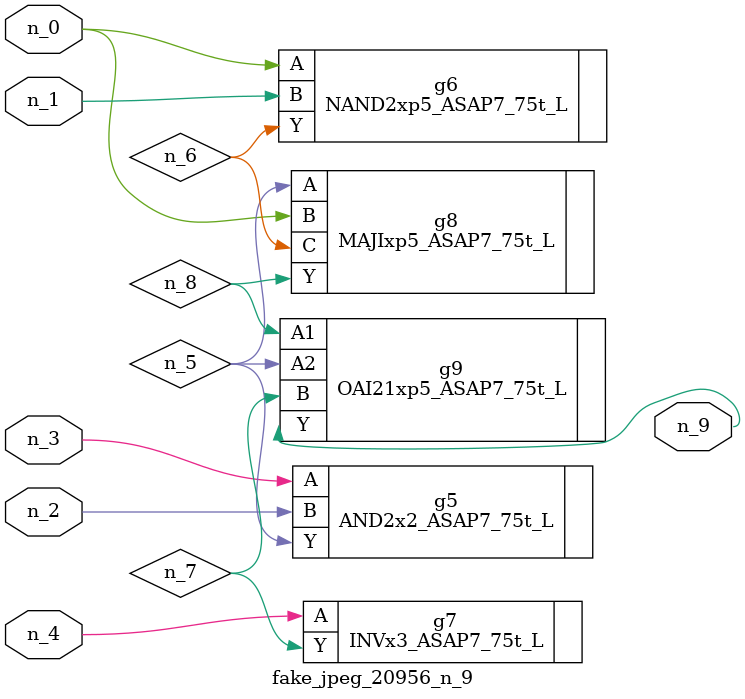
<source format=v>
module fake_jpeg_20956_n_9 (n_3, n_2, n_1, n_0, n_4, n_9);

input n_3;
input n_2;
input n_1;
input n_0;
input n_4;

output n_9;

wire n_8;
wire n_6;
wire n_5;
wire n_7;

AND2x2_ASAP7_75t_L g5 ( 
.A(n_3),
.B(n_2),
.Y(n_5)
);

NAND2xp5_ASAP7_75t_L g6 ( 
.A(n_0),
.B(n_1),
.Y(n_6)
);

INVx3_ASAP7_75t_L g7 ( 
.A(n_4),
.Y(n_7)
);

MAJIxp5_ASAP7_75t_L g8 ( 
.A(n_5),
.B(n_0),
.C(n_6),
.Y(n_8)
);

OAI21xp5_ASAP7_75t_L g9 ( 
.A1(n_8),
.A2(n_5),
.B(n_7),
.Y(n_9)
);


endmodule
</source>
